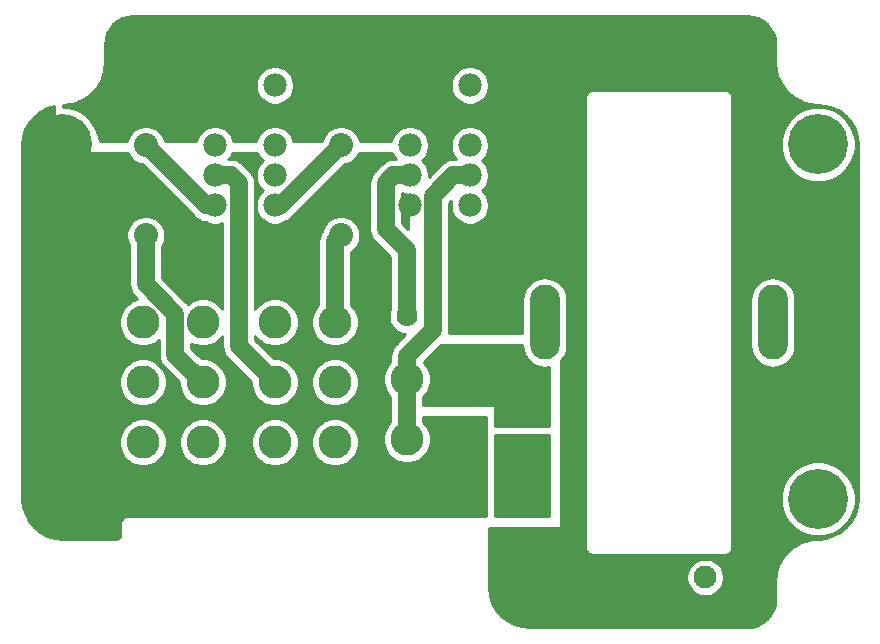
<source format=gtl>
G04 #@! TF.GenerationSoftware,KiCad,Pcbnew,(5.1.4)-1*
G04 #@! TF.CreationDate,2019-11-30T19:48:50-06:00*
G04 #@! TF.ProjectId,rotax 912 soft start,726f7461-7820-4393-9132-20736f667420,rev?*
G04 #@! TF.SameCoordinates,Original*
G04 #@! TF.FileFunction,Copper,L1,Top*
G04 #@! TF.FilePolarity,Positive*
%FSLAX46Y46*%
G04 Gerber Fmt 4.6, Leading zero omitted, Abs format (unit mm)*
G04 Created by KiCad (PCBNEW (5.1.4)-1) date 2019-11-30 19:48:50*
%MOMM*%
%LPD*%
G04 APERTURE LIST*
%ADD10C,2.794000*%
%ADD11O,2.540000X6.350000*%
%ADD12C,1.930400*%
%ADD13C,1.625600*%
%ADD14C,2.032000*%
%ADD15C,1.778000*%
%ADD16C,1.981200*%
%ADD17C,5.080000*%
%ADD18C,1.500000*%
%ADD19C,0.254000*%
G04 APERTURE END LIST*
D10*
X111684000Y-126924000D03*
X116764000Y-126924000D03*
X111684000Y-132004000D03*
X116764000Y-132004000D03*
X111684000Y-137084000D03*
X116764000Y-137084000D03*
X122860000Y-126924000D03*
X127940000Y-126924000D03*
X122860000Y-132004000D03*
X127940000Y-132004000D03*
X122860000Y-137084000D03*
X127940000Y-137084000D03*
D11*
X165024000Y-126924000D03*
X145720000Y-126924000D03*
D12*
X159309000Y-148514000D03*
X151689000Y-148514000D03*
D13*
X144196000Y-137592000D03*
X144196000Y-132512000D03*
D14*
X143688000Y-140894000D03*
X143688000Y-148514000D03*
X111938000Y-119558000D03*
X111938000Y-111938000D03*
X128448000Y-119558000D03*
X128448000Y-111938000D03*
D10*
X134036000Y-131750000D03*
X139116000Y-131750000D03*
X134036000Y-136830000D03*
D15*
X134036000Y-126416000D03*
D10*
X139116000Y-136830000D03*
D16*
X139370000Y-106858000D03*
X139370000Y-111938000D03*
X139370000Y-114478000D03*
X139370000Y-117018000D03*
X134290000Y-117018000D03*
X134290000Y-114478000D03*
X134290000Y-111938000D03*
X134290000Y-106858000D03*
X122860000Y-106858000D03*
X122860000Y-111938000D03*
X122860000Y-114478000D03*
X122860000Y-117018000D03*
X117780000Y-117018000D03*
X117780000Y-114478000D03*
X117780000Y-111938000D03*
X117780000Y-106858000D03*
D17*
X168860000Y-141860000D03*
X168860000Y-111860000D03*
X104860000Y-141860000D03*
X104860000Y-111860000D03*
D18*
X123368000Y-117018000D02*
X122860000Y-117018000D01*
X128448000Y-111938000D02*
X123368000Y-117018000D01*
X127940000Y-120066000D02*
X128448000Y-119558000D01*
X127940000Y-126924000D02*
X127940000Y-120066000D01*
X132889081Y-114478000D02*
X134290000Y-114478000D01*
X132258000Y-115109081D02*
X132889081Y-114478000D01*
X132258000Y-119050000D02*
X132258000Y-115109081D01*
X134036000Y-120828000D02*
X132258000Y-119050000D01*
X134036000Y-126416000D02*
X134036000Y-120828000D01*
X134036000Y-136830000D02*
X134036000Y-131750000D01*
X137969081Y-114478000D02*
X139370000Y-114478000D01*
X136230601Y-116216480D02*
X137969081Y-114478000D01*
X136230601Y-127579743D02*
X136230601Y-116216480D01*
X134036000Y-129774344D02*
X136230601Y-127579743D01*
X134036000Y-131750000D02*
X134036000Y-129774344D01*
X115367001Y-130607001D02*
X116764000Y-132004000D01*
X114416999Y-129656999D02*
X115367001Y-130607001D01*
X114416999Y-126183437D02*
X114416999Y-129656999D01*
X111938000Y-123704438D02*
X114416999Y-126183437D01*
X111938000Y-119558000D02*
X111938000Y-123704438D01*
X117018000Y-117018000D02*
X117780000Y-117018000D01*
X111938000Y-111938000D02*
X117018000Y-117018000D01*
X119812000Y-128956000D02*
X122860000Y-132004000D01*
X119812000Y-115109081D02*
X119812000Y-128956000D01*
X117780000Y-114478000D02*
X119180919Y-114478000D01*
X119180919Y-114478000D02*
X119812000Y-115109081D01*
D19*
G36*
X163318674Y-101043521D02*
G01*
X163759883Y-101176730D01*
X164166808Y-101393096D01*
X164523961Y-101684383D01*
X164817732Y-102039491D01*
X165036936Y-102444900D01*
X165173220Y-102885163D01*
X165224500Y-103373058D01*
X165224501Y-104891211D01*
X165227320Y-104919828D01*
X165227189Y-104938541D01*
X165228054Y-104947372D01*
X165289255Y-105529661D01*
X165300830Y-105586047D01*
X165311630Y-105642663D01*
X165314195Y-105651157D01*
X165487332Y-106210471D01*
X165509651Y-106263566D01*
X165531228Y-106316971D01*
X165535394Y-106324806D01*
X165813870Y-106839837D01*
X165846078Y-106887587D01*
X165877618Y-106935786D01*
X165883226Y-106942662D01*
X166256436Y-107393795D01*
X166297285Y-107434360D01*
X166337605Y-107475533D01*
X166344442Y-107481189D01*
X166798170Y-107851241D01*
X166846135Y-107883109D01*
X166893671Y-107915657D01*
X166901476Y-107919877D01*
X167418441Y-108194752D01*
X167471700Y-108216704D01*
X167524633Y-108239391D01*
X167533110Y-108242015D01*
X168093617Y-108411242D01*
X168150136Y-108422433D01*
X168206458Y-108434404D01*
X168215283Y-108435332D01*
X168797985Y-108492467D01*
X168797986Y-108492467D01*
X169512911Y-108562566D01*
X170140950Y-108752182D01*
X170720201Y-109060175D01*
X171228595Y-109474812D01*
X171646769Y-109980298D01*
X171958801Y-110557388D01*
X172152795Y-111184086D01*
X172224500Y-111866308D01*
X172224501Y-141828909D01*
X172157435Y-142512907D01*
X171967819Y-143140948D01*
X171659826Y-143720198D01*
X171245190Y-144228593D01*
X170739700Y-144646770D01*
X170162613Y-144958800D01*
X169535918Y-145152795D01*
X168853514Y-145224519D01*
X168836841Y-145224577D01*
X168809219Y-145227383D01*
X168781459Y-145227189D01*
X168772628Y-145228054D01*
X168190338Y-145289255D01*
X168133932Y-145300834D01*
X168077338Y-145311630D01*
X168068843Y-145314195D01*
X167509530Y-145487332D01*
X167456447Y-145509646D01*
X167403029Y-145531228D01*
X167395194Y-145535394D01*
X166880162Y-145813870D01*
X166832418Y-145846074D01*
X166784214Y-145877618D01*
X166777338Y-145883226D01*
X166326205Y-146256436D01*
X166285640Y-146297285D01*
X166244467Y-146337605D01*
X166238811Y-146344442D01*
X165868759Y-146798170D01*
X165836901Y-146846120D01*
X165804343Y-146893671D01*
X165800123Y-146901476D01*
X165525249Y-147418440D01*
X165503304Y-147471681D01*
X165480609Y-147524633D01*
X165477985Y-147533110D01*
X165308758Y-148093618D01*
X165297567Y-148150135D01*
X165285596Y-148206458D01*
X165284668Y-148215283D01*
X165227533Y-148797986D01*
X165227533Y-148798004D01*
X165224501Y-148828789D01*
X165224500Y-150328918D01*
X165176479Y-150818674D01*
X165043270Y-151259882D01*
X164826905Y-151666807D01*
X164535617Y-152023961D01*
X164180509Y-152317732D01*
X163775098Y-152536936D01*
X163334839Y-152673220D01*
X162846941Y-152724500D01*
X144459749Y-152724500D01*
X144457340Y-152723988D01*
X144448453Y-152723054D01*
X143733964Y-152652998D01*
X143106773Y-152463637D01*
X142528304Y-152156060D01*
X142020591Y-151741978D01*
X141602979Y-151237172D01*
X141291368Y-150660861D01*
X141097634Y-150035006D01*
X141022591Y-149321026D01*
X141021943Y-149317868D01*
X141021500Y-149313509D01*
X141021500Y-148356394D01*
X157708800Y-148356394D01*
X157708800Y-148671606D01*
X157770294Y-148980761D01*
X157890921Y-149271979D01*
X158066043Y-149534068D01*
X158288932Y-149756957D01*
X158551021Y-149932079D01*
X158842239Y-150052706D01*
X159151394Y-150114200D01*
X159466606Y-150114200D01*
X159775761Y-150052706D01*
X160066979Y-149932079D01*
X160329068Y-149756957D01*
X160551957Y-149534068D01*
X160727079Y-149271979D01*
X160847706Y-148980761D01*
X160909200Y-148671606D01*
X160909200Y-148356394D01*
X160847706Y-148047239D01*
X160727079Y-147756021D01*
X160551957Y-147493932D01*
X160329068Y-147271043D01*
X160066979Y-147095921D01*
X159775761Y-146975294D01*
X159466606Y-146913800D01*
X159151394Y-146913800D01*
X158842239Y-146975294D01*
X158551021Y-147095921D01*
X158288932Y-147271043D01*
X158066043Y-147493932D01*
X157890921Y-147756021D01*
X157770294Y-148047239D01*
X157708800Y-148356394D01*
X141021500Y-148356394D01*
X141021500Y-144323000D01*
X146990000Y-144323000D01*
X147014776Y-144320560D01*
X147038601Y-144313333D01*
X147060557Y-144301597D01*
X147079803Y-144285803D01*
X147095597Y-144266557D01*
X147107333Y-144244601D01*
X147114560Y-144220776D01*
X147117000Y-144196000D01*
X147117000Y-130129619D01*
X147311613Y-129892482D01*
X147488506Y-129561539D01*
X147597436Y-129202445D01*
X147625000Y-128922582D01*
X147625000Y-124925418D01*
X147597436Y-124645555D01*
X147488506Y-124286461D01*
X147311613Y-123955518D01*
X147073556Y-123665444D01*
X146783482Y-123427387D01*
X146452538Y-123250494D01*
X146093444Y-123141564D01*
X145720000Y-123104783D01*
X145346555Y-123141564D01*
X144987461Y-123250494D01*
X144656518Y-123427387D01*
X144366444Y-123665444D01*
X144128387Y-123955518D01*
X143951494Y-124286462D01*
X143842564Y-124645556D01*
X143815000Y-124925419D01*
X143815001Y-127813000D01*
X137599328Y-127813000D01*
X137615601Y-127647780D01*
X137615601Y-127647771D01*
X137622301Y-127579744D01*
X137615601Y-127511717D01*
X137615601Y-116790165D01*
X137793197Y-116612569D01*
X137744400Y-116857892D01*
X137744400Y-117178108D01*
X137806870Y-117492170D01*
X137929412Y-117788011D01*
X138107314Y-118054260D01*
X138333740Y-118280686D01*
X138599989Y-118458588D01*
X138895830Y-118581130D01*
X139209892Y-118643600D01*
X139530108Y-118643600D01*
X139844170Y-118581130D01*
X140140011Y-118458588D01*
X140406260Y-118280686D01*
X140632686Y-118054260D01*
X140810588Y-117788011D01*
X140933130Y-117492170D01*
X140995600Y-117178108D01*
X140995600Y-116857892D01*
X140933130Y-116543830D01*
X140810588Y-116247989D01*
X140632686Y-115981740D01*
X140406260Y-115755314D01*
X140395314Y-115748000D01*
X140406260Y-115740686D01*
X140632686Y-115514260D01*
X140810588Y-115248011D01*
X140933130Y-114952170D01*
X140995600Y-114638108D01*
X140995600Y-114317892D01*
X140933130Y-114003830D01*
X140810588Y-113707989D01*
X140632686Y-113441740D01*
X140406260Y-113215314D01*
X140395314Y-113208000D01*
X140406260Y-113200686D01*
X140632686Y-112974260D01*
X140810588Y-112708011D01*
X140933130Y-112412170D01*
X140995600Y-112098108D01*
X140995600Y-111777892D01*
X140933130Y-111463830D01*
X140810588Y-111167989D01*
X140632686Y-110901740D01*
X140406260Y-110675314D01*
X140140011Y-110497412D01*
X139844170Y-110374870D01*
X139530108Y-110312400D01*
X139209892Y-110312400D01*
X138895830Y-110374870D01*
X138599989Y-110497412D01*
X138333740Y-110675314D01*
X138107314Y-110901740D01*
X137929412Y-111167989D01*
X137806870Y-111463830D01*
X137744400Y-111777892D01*
X137744400Y-112098108D01*
X137806870Y-112412170D01*
X137929412Y-112708011D01*
X138107314Y-112974260D01*
X138226054Y-113093000D01*
X138037110Y-113093000D01*
X137969081Y-113086300D01*
X137901052Y-113093000D01*
X137901044Y-113093000D01*
X137720973Y-113110735D01*
X137697573Y-113113040D01*
X137436500Y-113192236D01*
X137195893Y-113320843D01*
X137195891Y-113320844D01*
X137195892Y-113320844D01*
X137037847Y-113450548D01*
X137037845Y-113450550D01*
X136985000Y-113493919D01*
X136941631Y-113546764D01*
X135915600Y-114572796D01*
X135915600Y-114317892D01*
X135853130Y-114003830D01*
X135730588Y-113707989D01*
X135552686Y-113441740D01*
X135326260Y-113215314D01*
X135315314Y-113208000D01*
X135326260Y-113200686D01*
X135552686Y-112974260D01*
X135730588Y-112708011D01*
X135853130Y-112412170D01*
X135915600Y-112098108D01*
X135915600Y-111777892D01*
X135853130Y-111463830D01*
X135730588Y-111167989D01*
X135552686Y-110901740D01*
X135326260Y-110675314D01*
X135060011Y-110497412D01*
X134764170Y-110374870D01*
X134450108Y-110312400D01*
X134129892Y-110312400D01*
X133815830Y-110374870D01*
X133519989Y-110497412D01*
X133253740Y-110675314D01*
X133027314Y-110901740D01*
X132849412Y-111167989D01*
X132726870Y-111463830D01*
X132708338Y-111557000D01*
X130055559Y-111557000D01*
X130035553Y-111456421D01*
X129911097Y-111155958D01*
X129730415Y-110885549D01*
X129500451Y-110655585D01*
X129230042Y-110474903D01*
X128929579Y-110350447D01*
X128610609Y-110287000D01*
X128285391Y-110287000D01*
X127966421Y-110350447D01*
X127665958Y-110474903D01*
X127395549Y-110655585D01*
X127165585Y-110885549D01*
X126984903Y-111155958D01*
X126860447Y-111456421D01*
X126840441Y-111557000D01*
X124441662Y-111557000D01*
X124423130Y-111463830D01*
X124300588Y-111167989D01*
X124122686Y-110901740D01*
X123896260Y-110675314D01*
X123630011Y-110497412D01*
X123334170Y-110374870D01*
X123020108Y-110312400D01*
X122699892Y-110312400D01*
X122385830Y-110374870D01*
X122089989Y-110497412D01*
X121823740Y-110675314D01*
X121597314Y-110901740D01*
X121419412Y-111167989D01*
X121296870Y-111463830D01*
X121278338Y-111557000D01*
X119361662Y-111557000D01*
X119343130Y-111463830D01*
X119220588Y-111167989D01*
X119042686Y-110901740D01*
X118816260Y-110675314D01*
X118550011Y-110497412D01*
X118254170Y-110374870D01*
X117940108Y-110312400D01*
X117619892Y-110312400D01*
X117305830Y-110374870D01*
X117009989Y-110497412D01*
X116743740Y-110675314D01*
X116517314Y-110901740D01*
X116339412Y-111167989D01*
X116216870Y-111463830D01*
X116198338Y-111557000D01*
X113545559Y-111557000D01*
X113525553Y-111456421D01*
X113401097Y-111155958D01*
X113220415Y-110885549D01*
X112990451Y-110655585D01*
X112720042Y-110474903D01*
X112419579Y-110350447D01*
X112100609Y-110287000D01*
X111775391Y-110287000D01*
X111456421Y-110350447D01*
X111155958Y-110474903D01*
X110885549Y-110655585D01*
X110655585Y-110885549D01*
X110474903Y-111155958D01*
X110350447Y-111456421D01*
X110330441Y-111557000D01*
X108035000Y-111557000D01*
X108035000Y-111547290D01*
X107912986Y-110933887D01*
X107673648Y-110356074D01*
X107326183Y-109836056D01*
X106883944Y-109393817D01*
X106363926Y-109046352D01*
X105786113Y-108807014D01*
X105172710Y-108685000D01*
X104953000Y-108685000D01*
X104953000Y-108491354D01*
X105529661Y-108430745D01*
X105586047Y-108419170D01*
X105642663Y-108408370D01*
X105651157Y-108405805D01*
X106210471Y-108232668D01*
X106263566Y-108210349D01*
X106316971Y-108188772D01*
X106324806Y-108184606D01*
X106839837Y-107906130D01*
X106887587Y-107873922D01*
X106935786Y-107842382D01*
X106942662Y-107836774D01*
X107393795Y-107463564D01*
X107434360Y-107422715D01*
X107475533Y-107382395D01*
X107481189Y-107375558D01*
X107851241Y-106921830D01*
X107883109Y-106873865D01*
X107915657Y-106826329D01*
X107919877Y-106818524D01*
X107984018Y-106697892D01*
X121234400Y-106697892D01*
X121234400Y-107018108D01*
X121296870Y-107332170D01*
X121419412Y-107628011D01*
X121597314Y-107894260D01*
X121823740Y-108120686D01*
X122089989Y-108298588D01*
X122385830Y-108421130D01*
X122699892Y-108483600D01*
X123020108Y-108483600D01*
X123334170Y-108421130D01*
X123630011Y-108298588D01*
X123896260Y-108120686D01*
X124122686Y-107894260D01*
X124300588Y-107628011D01*
X124423130Y-107332170D01*
X124485600Y-107018108D01*
X124485600Y-106697892D01*
X137744400Y-106697892D01*
X137744400Y-107018108D01*
X137806870Y-107332170D01*
X137929412Y-107628011D01*
X138107314Y-107894260D01*
X138333740Y-108120686D01*
X138599989Y-108298588D01*
X138895830Y-108421130D01*
X139209892Y-108483600D01*
X139530108Y-108483600D01*
X139844170Y-108421130D01*
X140140011Y-108298588D01*
X140406260Y-108120686D01*
X140632686Y-107894260D01*
X140646223Y-107874000D01*
X149145426Y-107874000D01*
X149148500Y-107905211D01*
X149148501Y-145942779D01*
X149145426Y-145974000D01*
X149157696Y-146098580D01*
X149194035Y-146218372D01*
X149253045Y-146328773D01*
X149332460Y-146425540D01*
X149429227Y-146504955D01*
X149539628Y-146563965D01*
X149659420Y-146600304D01*
X149752789Y-146609500D01*
X149784000Y-146612574D01*
X149815211Y-146609500D01*
X160928789Y-146609500D01*
X160960000Y-146612574D01*
X160991211Y-146609500D01*
X161084580Y-146600304D01*
X161204372Y-146563965D01*
X161314773Y-146504955D01*
X161411540Y-146425540D01*
X161490955Y-146328773D01*
X161549965Y-146218372D01*
X161586304Y-146098580D01*
X161598574Y-145974000D01*
X161595500Y-145942789D01*
X161595500Y-141547290D01*
X165685000Y-141547290D01*
X165685000Y-142172710D01*
X165807014Y-142786113D01*
X166046352Y-143363926D01*
X166393817Y-143883944D01*
X166836056Y-144326183D01*
X167356074Y-144673648D01*
X167933887Y-144912986D01*
X168547290Y-145035000D01*
X169172710Y-145035000D01*
X169786113Y-144912986D01*
X170363926Y-144673648D01*
X170883944Y-144326183D01*
X171326183Y-143883944D01*
X171673648Y-143363926D01*
X171912986Y-142786113D01*
X172035000Y-142172710D01*
X172035000Y-141547290D01*
X171912986Y-140933887D01*
X171673648Y-140356074D01*
X171326183Y-139836056D01*
X170883944Y-139393817D01*
X170363926Y-139046352D01*
X169786113Y-138807014D01*
X169172710Y-138685000D01*
X168547290Y-138685000D01*
X167933887Y-138807014D01*
X167356074Y-139046352D01*
X166836056Y-139393817D01*
X166393817Y-139836056D01*
X166046352Y-140356074D01*
X165807014Y-140933887D01*
X165685000Y-141547290D01*
X161595500Y-141547290D01*
X161595500Y-124925419D01*
X163119000Y-124925419D01*
X163119001Y-128922582D01*
X163146565Y-129202445D01*
X163255495Y-129561539D01*
X163432388Y-129892482D01*
X163670445Y-130182556D01*
X163960519Y-130420613D01*
X164291462Y-130597506D01*
X164650556Y-130706436D01*
X165024000Y-130743217D01*
X165397445Y-130706436D01*
X165756539Y-130597506D01*
X166087482Y-130420613D01*
X166377556Y-130182556D01*
X166615613Y-129892482D01*
X166792506Y-129561539D01*
X166901436Y-129202445D01*
X166929000Y-128922582D01*
X166929000Y-124925418D01*
X166901436Y-124645555D01*
X166792506Y-124286461D01*
X166615613Y-123955518D01*
X166377556Y-123665444D01*
X166087482Y-123427387D01*
X165756538Y-123250494D01*
X165397444Y-123141564D01*
X165024000Y-123104783D01*
X164650555Y-123141564D01*
X164291461Y-123250494D01*
X163960518Y-123427387D01*
X163670444Y-123665444D01*
X163432387Y-123955518D01*
X163255494Y-124286462D01*
X163146564Y-124645556D01*
X163119000Y-124925419D01*
X161595500Y-124925419D01*
X161595500Y-111547290D01*
X165685000Y-111547290D01*
X165685000Y-112172710D01*
X165807014Y-112786113D01*
X166046352Y-113363926D01*
X166393817Y-113883944D01*
X166836056Y-114326183D01*
X167356074Y-114673648D01*
X167933887Y-114912986D01*
X168547290Y-115035000D01*
X169172710Y-115035000D01*
X169786113Y-114912986D01*
X170363926Y-114673648D01*
X170883944Y-114326183D01*
X171326183Y-113883944D01*
X171673648Y-113363926D01*
X171912986Y-112786113D01*
X172035000Y-112172710D01*
X172035000Y-111547290D01*
X171912986Y-110933887D01*
X171673648Y-110356074D01*
X171326183Y-109836056D01*
X170883944Y-109393817D01*
X170363926Y-109046352D01*
X169786113Y-108807014D01*
X169172710Y-108685000D01*
X168547290Y-108685000D01*
X167933887Y-108807014D01*
X167356074Y-109046352D01*
X166836056Y-109393817D01*
X166393817Y-109836056D01*
X166046352Y-110356074D01*
X165807014Y-110933887D01*
X165685000Y-111547290D01*
X161595500Y-111547290D01*
X161595500Y-107905211D01*
X161598574Y-107874000D01*
X161586304Y-107749420D01*
X161549965Y-107629628D01*
X161490955Y-107519227D01*
X161411540Y-107422460D01*
X161314773Y-107343045D01*
X161204372Y-107284035D01*
X161084580Y-107247696D01*
X160991211Y-107238500D01*
X160960000Y-107235426D01*
X160928789Y-107238500D01*
X149815211Y-107238500D01*
X149784000Y-107235426D01*
X149752789Y-107238500D01*
X149659420Y-107247696D01*
X149539628Y-107284035D01*
X149429227Y-107343045D01*
X149332460Y-107422460D01*
X149253045Y-107519227D01*
X149194035Y-107629628D01*
X149157696Y-107749420D01*
X149145426Y-107874000D01*
X140646223Y-107874000D01*
X140810588Y-107628011D01*
X140933130Y-107332170D01*
X140995600Y-107018108D01*
X140995600Y-106697892D01*
X140933130Y-106383830D01*
X140810588Y-106087989D01*
X140632686Y-105821740D01*
X140406260Y-105595314D01*
X140140011Y-105417412D01*
X139844170Y-105294870D01*
X139530108Y-105232400D01*
X139209892Y-105232400D01*
X138895830Y-105294870D01*
X138599989Y-105417412D01*
X138333740Y-105595314D01*
X138107314Y-105821740D01*
X137929412Y-106087989D01*
X137806870Y-106383830D01*
X137744400Y-106697892D01*
X124485600Y-106697892D01*
X124423130Y-106383830D01*
X124300588Y-106087989D01*
X124122686Y-105821740D01*
X123896260Y-105595314D01*
X123630011Y-105417412D01*
X123334170Y-105294870D01*
X123020108Y-105232400D01*
X122699892Y-105232400D01*
X122385830Y-105294870D01*
X122089989Y-105417412D01*
X121823740Y-105595314D01*
X121597314Y-105821740D01*
X121419412Y-106087989D01*
X121296870Y-106383830D01*
X121234400Y-106697892D01*
X107984018Y-106697892D01*
X108194752Y-106301559D01*
X108216704Y-106248300D01*
X108239391Y-106195367D01*
X108242015Y-106186890D01*
X108411242Y-105626383D01*
X108422433Y-105569864D01*
X108434404Y-105513542D01*
X108435332Y-105504717D01*
X108492467Y-104922015D01*
X108492467Y-104922006D01*
X108495500Y-104891211D01*
X108495500Y-103391081D01*
X108543521Y-102901326D01*
X108676730Y-102460117D01*
X108893096Y-102053192D01*
X109184383Y-101696039D01*
X109539491Y-101402268D01*
X109944900Y-101183064D01*
X110385163Y-101046780D01*
X110873058Y-100995500D01*
X162828919Y-100995500D01*
X163318674Y-101043521D01*
X163318674Y-101043521D01*
G37*
X163318674Y-101043521D02*
X163759883Y-101176730D01*
X164166808Y-101393096D01*
X164523961Y-101684383D01*
X164817732Y-102039491D01*
X165036936Y-102444900D01*
X165173220Y-102885163D01*
X165224500Y-103373058D01*
X165224501Y-104891211D01*
X165227320Y-104919828D01*
X165227189Y-104938541D01*
X165228054Y-104947372D01*
X165289255Y-105529661D01*
X165300830Y-105586047D01*
X165311630Y-105642663D01*
X165314195Y-105651157D01*
X165487332Y-106210471D01*
X165509651Y-106263566D01*
X165531228Y-106316971D01*
X165535394Y-106324806D01*
X165813870Y-106839837D01*
X165846078Y-106887587D01*
X165877618Y-106935786D01*
X165883226Y-106942662D01*
X166256436Y-107393795D01*
X166297285Y-107434360D01*
X166337605Y-107475533D01*
X166344442Y-107481189D01*
X166798170Y-107851241D01*
X166846135Y-107883109D01*
X166893671Y-107915657D01*
X166901476Y-107919877D01*
X167418441Y-108194752D01*
X167471700Y-108216704D01*
X167524633Y-108239391D01*
X167533110Y-108242015D01*
X168093617Y-108411242D01*
X168150136Y-108422433D01*
X168206458Y-108434404D01*
X168215283Y-108435332D01*
X168797985Y-108492467D01*
X168797986Y-108492467D01*
X169512911Y-108562566D01*
X170140950Y-108752182D01*
X170720201Y-109060175D01*
X171228595Y-109474812D01*
X171646769Y-109980298D01*
X171958801Y-110557388D01*
X172152795Y-111184086D01*
X172224500Y-111866308D01*
X172224501Y-141828909D01*
X172157435Y-142512907D01*
X171967819Y-143140948D01*
X171659826Y-143720198D01*
X171245190Y-144228593D01*
X170739700Y-144646770D01*
X170162613Y-144958800D01*
X169535918Y-145152795D01*
X168853514Y-145224519D01*
X168836841Y-145224577D01*
X168809219Y-145227383D01*
X168781459Y-145227189D01*
X168772628Y-145228054D01*
X168190338Y-145289255D01*
X168133932Y-145300834D01*
X168077338Y-145311630D01*
X168068843Y-145314195D01*
X167509530Y-145487332D01*
X167456447Y-145509646D01*
X167403029Y-145531228D01*
X167395194Y-145535394D01*
X166880162Y-145813870D01*
X166832418Y-145846074D01*
X166784214Y-145877618D01*
X166777338Y-145883226D01*
X166326205Y-146256436D01*
X166285640Y-146297285D01*
X166244467Y-146337605D01*
X166238811Y-146344442D01*
X165868759Y-146798170D01*
X165836901Y-146846120D01*
X165804343Y-146893671D01*
X165800123Y-146901476D01*
X165525249Y-147418440D01*
X165503304Y-147471681D01*
X165480609Y-147524633D01*
X165477985Y-147533110D01*
X165308758Y-148093618D01*
X165297567Y-148150135D01*
X165285596Y-148206458D01*
X165284668Y-148215283D01*
X165227533Y-148797986D01*
X165227533Y-148798004D01*
X165224501Y-148828789D01*
X165224500Y-150328918D01*
X165176479Y-150818674D01*
X165043270Y-151259882D01*
X164826905Y-151666807D01*
X164535617Y-152023961D01*
X164180509Y-152317732D01*
X163775098Y-152536936D01*
X163334839Y-152673220D01*
X162846941Y-152724500D01*
X144459749Y-152724500D01*
X144457340Y-152723988D01*
X144448453Y-152723054D01*
X143733964Y-152652998D01*
X143106773Y-152463637D01*
X142528304Y-152156060D01*
X142020591Y-151741978D01*
X141602979Y-151237172D01*
X141291368Y-150660861D01*
X141097634Y-150035006D01*
X141022591Y-149321026D01*
X141021943Y-149317868D01*
X141021500Y-149313509D01*
X141021500Y-148356394D01*
X157708800Y-148356394D01*
X157708800Y-148671606D01*
X157770294Y-148980761D01*
X157890921Y-149271979D01*
X158066043Y-149534068D01*
X158288932Y-149756957D01*
X158551021Y-149932079D01*
X158842239Y-150052706D01*
X159151394Y-150114200D01*
X159466606Y-150114200D01*
X159775761Y-150052706D01*
X160066979Y-149932079D01*
X160329068Y-149756957D01*
X160551957Y-149534068D01*
X160727079Y-149271979D01*
X160847706Y-148980761D01*
X160909200Y-148671606D01*
X160909200Y-148356394D01*
X160847706Y-148047239D01*
X160727079Y-147756021D01*
X160551957Y-147493932D01*
X160329068Y-147271043D01*
X160066979Y-147095921D01*
X159775761Y-146975294D01*
X159466606Y-146913800D01*
X159151394Y-146913800D01*
X158842239Y-146975294D01*
X158551021Y-147095921D01*
X158288932Y-147271043D01*
X158066043Y-147493932D01*
X157890921Y-147756021D01*
X157770294Y-148047239D01*
X157708800Y-148356394D01*
X141021500Y-148356394D01*
X141021500Y-144323000D01*
X146990000Y-144323000D01*
X147014776Y-144320560D01*
X147038601Y-144313333D01*
X147060557Y-144301597D01*
X147079803Y-144285803D01*
X147095597Y-144266557D01*
X147107333Y-144244601D01*
X147114560Y-144220776D01*
X147117000Y-144196000D01*
X147117000Y-130129619D01*
X147311613Y-129892482D01*
X147488506Y-129561539D01*
X147597436Y-129202445D01*
X147625000Y-128922582D01*
X147625000Y-124925418D01*
X147597436Y-124645555D01*
X147488506Y-124286461D01*
X147311613Y-123955518D01*
X147073556Y-123665444D01*
X146783482Y-123427387D01*
X146452538Y-123250494D01*
X146093444Y-123141564D01*
X145720000Y-123104783D01*
X145346555Y-123141564D01*
X144987461Y-123250494D01*
X144656518Y-123427387D01*
X144366444Y-123665444D01*
X144128387Y-123955518D01*
X143951494Y-124286462D01*
X143842564Y-124645556D01*
X143815000Y-124925419D01*
X143815001Y-127813000D01*
X137599328Y-127813000D01*
X137615601Y-127647780D01*
X137615601Y-127647771D01*
X137622301Y-127579744D01*
X137615601Y-127511717D01*
X137615601Y-116790165D01*
X137793197Y-116612569D01*
X137744400Y-116857892D01*
X137744400Y-117178108D01*
X137806870Y-117492170D01*
X137929412Y-117788011D01*
X138107314Y-118054260D01*
X138333740Y-118280686D01*
X138599989Y-118458588D01*
X138895830Y-118581130D01*
X139209892Y-118643600D01*
X139530108Y-118643600D01*
X139844170Y-118581130D01*
X140140011Y-118458588D01*
X140406260Y-118280686D01*
X140632686Y-118054260D01*
X140810588Y-117788011D01*
X140933130Y-117492170D01*
X140995600Y-117178108D01*
X140995600Y-116857892D01*
X140933130Y-116543830D01*
X140810588Y-116247989D01*
X140632686Y-115981740D01*
X140406260Y-115755314D01*
X140395314Y-115748000D01*
X140406260Y-115740686D01*
X140632686Y-115514260D01*
X140810588Y-115248011D01*
X140933130Y-114952170D01*
X140995600Y-114638108D01*
X140995600Y-114317892D01*
X140933130Y-114003830D01*
X140810588Y-113707989D01*
X140632686Y-113441740D01*
X140406260Y-113215314D01*
X140395314Y-113208000D01*
X140406260Y-113200686D01*
X140632686Y-112974260D01*
X140810588Y-112708011D01*
X140933130Y-112412170D01*
X140995600Y-112098108D01*
X140995600Y-111777892D01*
X140933130Y-111463830D01*
X140810588Y-111167989D01*
X140632686Y-110901740D01*
X140406260Y-110675314D01*
X140140011Y-110497412D01*
X139844170Y-110374870D01*
X139530108Y-110312400D01*
X139209892Y-110312400D01*
X138895830Y-110374870D01*
X138599989Y-110497412D01*
X138333740Y-110675314D01*
X138107314Y-110901740D01*
X137929412Y-111167989D01*
X137806870Y-111463830D01*
X137744400Y-111777892D01*
X137744400Y-112098108D01*
X137806870Y-112412170D01*
X137929412Y-112708011D01*
X138107314Y-112974260D01*
X138226054Y-113093000D01*
X138037110Y-113093000D01*
X137969081Y-113086300D01*
X137901052Y-113093000D01*
X137901044Y-113093000D01*
X137720973Y-113110735D01*
X137697573Y-113113040D01*
X137436500Y-113192236D01*
X137195893Y-113320843D01*
X137195891Y-113320844D01*
X137195892Y-113320844D01*
X137037847Y-113450548D01*
X137037845Y-113450550D01*
X136985000Y-113493919D01*
X136941631Y-113546764D01*
X135915600Y-114572796D01*
X135915600Y-114317892D01*
X135853130Y-114003830D01*
X135730588Y-113707989D01*
X135552686Y-113441740D01*
X135326260Y-113215314D01*
X135315314Y-113208000D01*
X135326260Y-113200686D01*
X135552686Y-112974260D01*
X135730588Y-112708011D01*
X135853130Y-112412170D01*
X135915600Y-112098108D01*
X135915600Y-111777892D01*
X135853130Y-111463830D01*
X135730588Y-111167989D01*
X135552686Y-110901740D01*
X135326260Y-110675314D01*
X135060011Y-110497412D01*
X134764170Y-110374870D01*
X134450108Y-110312400D01*
X134129892Y-110312400D01*
X133815830Y-110374870D01*
X133519989Y-110497412D01*
X133253740Y-110675314D01*
X133027314Y-110901740D01*
X132849412Y-111167989D01*
X132726870Y-111463830D01*
X132708338Y-111557000D01*
X130055559Y-111557000D01*
X130035553Y-111456421D01*
X129911097Y-111155958D01*
X129730415Y-110885549D01*
X129500451Y-110655585D01*
X129230042Y-110474903D01*
X128929579Y-110350447D01*
X128610609Y-110287000D01*
X128285391Y-110287000D01*
X127966421Y-110350447D01*
X127665958Y-110474903D01*
X127395549Y-110655585D01*
X127165585Y-110885549D01*
X126984903Y-111155958D01*
X126860447Y-111456421D01*
X126840441Y-111557000D01*
X124441662Y-111557000D01*
X124423130Y-111463830D01*
X124300588Y-111167989D01*
X124122686Y-110901740D01*
X123896260Y-110675314D01*
X123630011Y-110497412D01*
X123334170Y-110374870D01*
X123020108Y-110312400D01*
X122699892Y-110312400D01*
X122385830Y-110374870D01*
X122089989Y-110497412D01*
X121823740Y-110675314D01*
X121597314Y-110901740D01*
X121419412Y-111167989D01*
X121296870Y-111463830D01*
X121278338Y-111557000D01*
X119361662Y-111557000D01*
X119343130Y-111463830D01*
X119220588Y-111167989D01*
X119042686Y-110901740D01*
X118816260Y-110675314D01*
X118550011Y-110497412D01*
X118254170Y-110374870D01*
X117940108Y-110312400D01*
X117619892Y-110312400D01*
X117305830Y-110374870D01*
X117009989Y-110497412D01*
X116743740Y-110675314D01*
X116517314Y-110901740D01*
X116339412Y-111167989D01*
X116216870Y-111463830D01*
X116198338Y-111557000D01*
X113545559Y-111557000D01*
X113525553Y-111456421D01*
X113401097Y-111155958D01*
X113220415Y-110885549D01*
X112990451Y-110655585D01*
X112720042Y-110474903D01*
X112419579Y-110350447D01*
X112100609Y-110287000D01*
X111775391Y-110287000D01*
X111456421Y-110350447D01*
X111155958Y-110474903D01*
X110885549Y-110655585D01*
X110655585Y-110885549D01*
X110474903Y-111155958D01*
X110350447Y-111456421D01*
X110330441Y-111557000D01*
X108035000Y-111557000D01*
X108035000Y-111547290D01*
X107912986Y-110933887D01*
X107673648Y-110356074D01*
X107326183Y-109836056D01*
X106883944Y-109393817D01*
X106363926Y-109046352D01*
X105786113Y-108807014D01*
X105172710Y-108685000D01*
X104953000Y-108685000D01*
X104953000Y-108491354D01*
X105529661Y-108430745D01*
X105586047Y-108419170D01*
X105642663Y-108408370D01*
X105651157Y-108405805D01*
X106210471Y-108232668D01*
X106263566Y-108210349D01*
X106316971Y-108188772D01*
X106324806Y-108184606D01*
X106839837Y-107906130D01*
X106887587Y-107873922D01*
X106935786Y-107842382D01*
X106942662Y-107836774D01*
X107393795Y-107463564D01*
X107434360Y-107422715D01*
X107475533Y-107382395D01*
X107481189Y-107375558D01*
X107851241Y-106921830D01*
X107883109Y-106873865D01*
X107915657Y-106826329D01*
X107919877Y-106818524D01*
X107984018Y-106697892D01*
X121234400Y-106697892D01*
X121234400Y-107018108D01*
X121296870Y-107332170D01*
X121419412Y-107628011D01*
X121597314Y-107894260D01*
X121823740Y-108120686D01*
X122089989Y-108298588D01*
X122385830Y-108421130D01*
X122699892Y-108483600D01*
X123020108Y-108483600D01*
X123334170Y-108421130D01*
X123630011Y-108298588D01*
X123896260Y-108120686D01*
X124122686Y-107894260D01*
X124300588Y-107628011D01*
X124423130Y-107332170D01*
X124485600Y-107018108D01*
X124485600Y-106697892D01*
X137744400Y-106697892D01*
X137744400Y-107018108D01*
X137806870Y-107332170D01*
X137929412Y-107628011D01*
X138107314Y-107894260D01*
X138333740Y-108120686D01*
X138599989Y-108298588D01*
X138895830Y-108421130D01*
X139209892Y-108483600D01*
X139530108Y-108483600D01*
X139844170Y-108421130D01*
X140140011Y-108298588D01*
X140406260Y-108120686D01*
X140632686Y-107894260D01*
X140646223Y-107874000D01*
X149145426Y-107874000D01*
X149148500Y-107905211D01*
X149148501Y-145942779D01*
X149145426Y-145974000D01*
X149157696Y-146098580D01*
X149194035Y-146218372D01*
X149253045Y-146328773D01*
X149332460Y-146425540D01*
X149429227Y-146504955D01*
X149539628Y-146563965D01*
X149659420Y-146600304D01*
X149752789Y-146609500D01*
X149784000Y-146612574D01*
X149815211Y-146609500D01*
X160928789Y-146609500D01*
X160960000Y-146612574D01*
X160991211Y-146609500D01*
X161084580Y-146600304D01*
X161204372Y-146563965D01*
X161314773Y-146504955D01*
X161411540Y-146425540D01*
X161490955Y-146328773D01*
X161549965Y-146218372D01*
X161586304Y-146098580D01*
X161598574Y-145974000D01*
X161595500Y-145942789D01*
X161595500Y-141547290D01*
X165685000Y-141547290D01*
X165685000Y-142172710D01*
X165807014Y-142786113D01*
X166046352Y-143363926D01*
X166393817Y-143883944D01*
X166836056Y-144326183D01*
X167356074Y-144673648D01*
X167933887Y-144912986D01*
X168547290Y-145035000D01*
X169172710Y-145035000D01*
X169786113Y-144912986D01*
X170363926Y-144673648D01*
X170883944Y-144326183D01*
X171326183Y-143883944D01*
X171673648Y-143363926D01*
X171912986Y-142786113D01*
X172035000Y-142172710D01*
X172035000Y-141547290D01*
X171912986Y-140933887D01*
X171673648Y-140356074D01*
X171326183Y-139836056D01*
X170883944Y-139393817D01*
X170363926Y-139046352D01*
X169786113Y-138807014D01*
X169172710Y-138685000D01*
X168547290Y-138685000D01*
X167933887Y-138807014D01*
X167356074Y-139046352D01*
X166836056Y-139393817D01*
X166393817Y-139836056D01*
X166046352Y-140356074D01*
X165807014Y-140933887D01*
X165685000Y-141547290D01*
X161595500Y-141547290D01*
X161595500Y-124925419D01*
X163119000Y-124925419D01*
X163119001Y-128922582D01*
X163146565Y-129202445D01*
X163255495Y-129561539D01*
X163432388Y-129892482D01*
X163670445Y-130182556D01*
X163960519Y-130420613D01*
X164291462Y-130597506D01*
X164650556Y-130706436D01*
X165024000Y-130743217D01*
X165397445Y-130706436D01*
X165756539Y-130597506D01*
X166087482Y-130420613D01*
X166377556Y-130182556D01*
X166615613Y-129892482D01*
X166792506Y-129561539D01*
X166901436Y-129202445D01*
X166929000Y-128922582D01*
X166929000Y-124925418D01*
X166901436Y-124645555D01*
X166792506Y-124286461D01*
X166615613Y-123955518D01*
X166377556Y-123665444D01*
X166087482Y-123427387D01*
X165756538Y-123250494D01*
X165397444Y-123141564D01*
X165024000Y-123104783D01*
X164650555Y-123141564D01*
X164291461Y-123250494D01*
X163960518Y-123427387D01*
X163670444Y-123665444D01*
X163432387Y-123955518D01*
X163255494Y-124286462D01*
X163146564Y-124645556D01*
X163119000Y-124925419D01*
X161595500Y-124925419D01*
X161595500Y-111547290D01*
X165685000Y-111547290D01*
X165685000Y-112172710D01*
X165807014Y-112786113D01*
X166046352Y-113363926D01*
X166393817Y-113883944D01*
X166836056Y-114326183D01*
X167356074Y-114673648D01*
X167933887Y-114912986D01*
X168547290Y-115035000D01*
X169172710Y-115035000D01*
X169786113Y-114912986D01*
X170363926Y-114673648D01*
X170883944Y-114326183D01*
X171326183Y-113883944D01*
X171673648Y-113363926D01*
X171912986Y-112786113D01*
X172035000Y-112172710D01*
X172035000Y-111547290D01*
X171912986Y-110933887D01*
X171673648Y-110356074D01*
X171326183Y-109836056D01*
X170883944Y-109393817D01*
X170363926Y-109046352D01*
X169786113Y-108807014D01*
X169172710Y-108685000D01*
X168547290Y-108685000D01*
X167933887Y-108807014D01*
X167356074Y-109046352D01*
X166836056Y-109393817D01*
X166393817Y-109836056D01*
X166046352Y-110356074D01*
X165807014Y-110933887D01*
X165685000Y-111547290D01*
X161595500Y-111547290D01*
X161595500Y-107905211D01*
X161598574Y-107874000D01*
X161586304Y-107749420D01*
X161549965Y-107629628D01*
X161490955Y-107519227D01*
X161411540Y-107422460D01*
X161314773Y-107343045D01*
X161204372Y-107284035D01*
X161084580Y-107247696D01*
X160991211Y-107238500D01*
X160960000Y-107235426D01*
X160928789Y-107238500D01*
X149815211Y-107238500D01*
X149784000Y-107235426D01*
X149752789Y-107238500D01*
X149659420Y-107247696D01*
X149539628Y-107284035D01*
X149429227Y-107343045D01*
X149332460Y-107422460D01*
X149253045Y-107519227D01*
X149194035Y-107629628D01*
X149157696Y-107749420D01*
X149145426Y-107874000D01*
X140646223Y-107874000D01*
X140810588Y-107628011D01*
X140933130Y-107332170D01*
X140995600Y-107018108D01*
X140995600Y-106697892D01*
X140933130Y-106383830D01*
X140810588Y-106087989D01*
X140632686Y-105821740D01*
X140406260Y-105595314D01*
X140140011Y-105417412D01*
X139844170Y-105294870D01*
X139530108Y-105232400D01*
X139209892Y-105232400D01*
X138895830Y-105294870D01*
X138599989Y-105417412D01*
X138333740Y-105595314D01*
X138107314Y-105821740D01*
X137929412Y-106087989D01*
X137806870Y-106383830D01*
X137744400Y-106697892D01*
X124485600Y-106697892D01*
X124423130Y-106383830D01*
X124300588Y-106087989D01*
X124122686Y-105821740D01*
X123896260Y-105595314D01*
X123630011Y-105417412D01*
X123334170Y-105294870D01*
X123020108Y-105232400D01*
X122699892Y-105232400D01*
X122385830Y-105294870D01*
X122089989Y-105417412D01*
X121823740Y-105595314D01*
X121597314Y-105821740D01*
X121419412Y-106087989D01*
X121296870Y-106383830D01*
X121234400Y-106697892D01*
X107984018Y-106697892D01*
X108194752Y-106301559D01*
X108216704Y-106248300D01*
X108239391Y-106195367D01*
X108242015Y-106186890D01*
X108411242Y-105626383D01*
X108422433Y-105569864D01*
X108434404Y-105513542D01*
X108435332Y-105504717D01*
X108492467Y-104922015D01*
X108492467Y-104922006D01*
X108495500Y-104891211D01*
X108495500Y-103391081D01*
X108543521Y-102901326D01*
X108676730Y-102460117D01*
X108893096Y-102053192D01*
X109184383Y-101696039D01*
X109539491Y-101402268D01*
X109944900Y-101183064D01*
X110385163Y-101046780D01*
X110873058Y-100995500D01*
X162828919Y-100995500D01*
X163318674Y-101043521D01*
G36*
X104191000Y-112446000D02*
G01*
X104193440Y-112470776D01*
X104200667Y-112494601D01*
X104212403Y-112516557D01*
X104228197Y-112535803D01*
X104247443Y-112551597D01*
X104269399Y-112563333D01*
X104293224Y-112570560D01*
X104318000Y-112573000D01*
X110413996Y-112573000D01*
X110474903Y-112720042D01*
X110655585Y-112990451D01*
X110885549Y-113220415D01*
X111155958Y-113401097D01*
X111456421Y-113525553D01*
X111594292Y-113552977D01*
X115990550Y-117949236D01*
X116033919Y-118002081D01*
X116086764Y-118045450D01*
X116086766Y-118045452D01*
X116135108Y-118085125D01*
X116244812Y-118175157D01*
X116442243Y-118280686D01*
X116485419Y-118303764D01*
X116746492Y-118382960D01*
X116769892Y-118385265D01*
X116922790Y-118400324D01*
X117009989Y-118458588D01*
X117305830Y-118581130D01*
X117619892Y-118643600D01*
X117940108Y-118643600D01*
X118254170Y-118581130D01*
X118427000Y-118509541D01*
X118427001Y-125755353D01*
X118342357Y-125628675D01*
X118059325Y-125345643D01*
X117726513Y-125123265D01*
X117356713Y-124970089D01*
X116964135Y-124892000D01*
X116563865Y-124892000D01*
X116171287Y-124970089D01*
X115801487Y-125123265D01*
X115502556Y-125323004D01*
X115444451Y-125252203D01*
X115444444Y-125252196D01*
X115401079Y-125199356D01*
X115348240Y-125155992D01*
X113323000Y-123130753D01*
X113323000Y-120456922D01*
X113401097Y-120340042D01*
X113525553Y-120039579D01*
X113589000Y-119720609D01*
X113589000Y-119395391D01*
X113525553Y-119076421D01*
X113401097Y-118775958D01*
X113220415Y-118505549D01*
X112990451Y-118275585D01*
X112720042Y-118094903D01*
X112419579Y-117970447D01*
X112100609Y-117907000D01*
X111775391Y-117907000D01*
X111456421Y-117970447D01*
X111155958Y-118094903D01*
X110885549Y-118275585D01*
X110655585Y-118505549D01*
X110474903Y-118775958D01*
X110350447Y-119076421D01*
X110287000Y-119395391D01*
X110287000Y-119720609D01*
X110350447Y-120039579D01*
X110474903Y-120340042D01*
X110553000Y-120456922D01*
X110553001Y-123636399D01*
X110546300Y-123704438D01*
X110573040Y-123975945D01*
X110652236Y-124237018D01*
X110780844Y-124477626D01*
X110910548Y-124635671D01*
X110910551Y-124635674D01*
X110953920Y-124688519D01*
X111006764Y-124731887D01*
X111219469Y-124944592D01*
X111091287Y-124970089D01*
X110721487Y-125123265D01*
X110388675Y-125345643D01*
X110105643Y-125628675D01*
X109883265Y-125961487D01*
X109730089Y-126331287D01*
X109652000Y-126723865D01*
X109652000Y-127124135D01*
X109730089Y-127516713D01*
X109883265Y-127886513D01*
X110105643Y-128219325D01*
X110388675Y-128502357D01*
X110721487Y-128724735D01*
X111091287Y-128877911D01*
X111483865Y-128956000D01*
X111884135Y-128956000D01*
X112276713Y-128877911D01*
X112646513Y-128724735D01*
X112979325Y-128502357D01*
X113032000Y-128449682D01*
X113032000Y-129588960D01*
X113025299Y-129656999D01*
X113052039Y-129928506D01*
X113131235Y-130189579D01*
X113259843Y-130430187D01*
X113389547Y-130588232D01*
X113389550Y-130588235D01*
X113432919Y-130641080D01*
X113485763Y-130684448D01*
X114435767Y-131634453D01*
X114435772Y-131634457D01*
X114732000Y-131930685D01*
X114732000Y-132204135D01*
X114810089Y-132596713D01*
X114963265Y-132966513D01*
X115185643Y-133299325D01*
X115468675Y-133582357D01*
X115801487Y-133804735D01*
X116171287Y-133957911D01*
X116563865Y-134036000D01*
X116964135Y-134036000D01*
X117356713Y-133957911D01*
X117726513Y-133804735D01*
X118059325Y-133582357D01*
X118342357Y-133299325D01*
X118564735Y-132966513D01*
X118717911Y-132596713D01*
X118796000Y-132204135D01*
X118796000Y-131803865D01*
X118717911Y-131411287D01*
X118564735Y-131041487D01*
X118342357Y-130708675D01*
X118059325Y-130425643D01*
X117726513Y-130203265D01*
X117356713Y-130050089D01*
X116964135Y-129972000D01*
X116690685Y-129972000D01*
X116394457Y-129675772D01*
X116394453Y-129675767D01*
X115801999Y-129083314D01*
X115801999Y-128724947D01*
X116171287Y-128877911D01*
X116563865Y-128956000D01*
X116964135Y-128956000D01*
X117356713Y-128877911D01*
X117726513Y-128724735D01*
X118059325Y-128502357D01*
X118342357Y-128219325D01*
X118427001Y-128092646D01*
X118427001Y-128887961D01*
X118420300Y-128956000D01*
X118447040Y-129227507D01*
X118526236Y-129488580D01*
X118654844Y-129729188D01*
X118784548Y-129887233D01*
X118784551Y-129887236D01*
X118827920Y-129940081D01*
X118880764Y-129983449D01*
X120828000Y-131930686D01*
X120828000Y-132204135D01*
X120906089Y-132596713D01*
X121059265Y-132966513D01*
X121281643Y-133299325D01*
X121564675Y-133582357D01*
X121897487Y-133804735D01*
X122267287Y-133957911D01*
X122659865Y-134036000D01*
X123060135Y-134036000D01*
X123452713Y-133957911D01*
X123822513Y-133804735D01*
X124155325Y-133582357D01*
X124438357Y-133299325D01*
X124660735Y-132966513D01*
X124813911Y-132596713D01*
X124892000Y-132204135D01*
X124892000Y-131803865D01*
X125908000Y-131803865D01*
X125908000Y-132204135D01*
X125986089Y-132596713D01*
X126139265Y-132966513D01*
X126361643Y-133299325D01*
X126644675Y-133582357D01*
X126977487Y-133804735D01*
X127347287Y-133957911D01*
X127739865Y-134036000D01*
X128140135Y-134036000D01*
X128532713Y-133957911D01*
X128902513Y-133804735D01*
X129235325Y-133582357D01*
X129518357Y-133299325D01*
X129740735Y-132966513D01*
X129893911Y-132596713D01*
X129972000Y-132204135D01*
X129972000Y-131803865D01*
X129893911Y-131411287D01*
X129740735Y-131041487D01*
X129518357Y-130708675D01*
X129235325Y-130425643D01*
X128902513Y-130203265D01*
X128532713Y-130050089D01*
X128140135Y-129972000D01*
X127739865Y-129972000D01*
X127347287Y-130050089D01*
X126977487Y-130203265D01*
X126644675Y-130425643D01*
X126361643Y-130708675D01*
X126139265Y-131041487D01*
X125986089Y-131411287D01*
X125908000Y-131803865D01*
X124892000Y-131803865D01*
X124813911Y-131411287D01*
X124660735Y-131041487D01*
X124438357Y-130708675D01*
X124155325Y-130425643D01*
X123822513Y-130203265D01*
X123452713Y-130050089D01*
X123060135Y-129972000D01*
X122786686Y-129972000D01*
X121197000Y-128382315D01*
X121197000Y-128092648D01*
X121281643Y-128219325D01*
X121564675Y-128502357D01*
X121897487Y-128724735D01*
X122267287Y-128877911D01*
X122659865Y-128956000D01*
X123060135Y-128956000D01*
X123452713Y-128877911D01*
X123822513Y-128724735D01*
X124155325Y-128502357D01*
X124438357Y-128219325D01*
X124660735Y-127886513D01*
X124813911Y-127516713D01*
X124892000Y-127124135D01*
X124892000Y-126723865D01*
X125908000Y-126723865D01*
X125908000Y-127124135D01*
X125986089Y-127516713D01*
X126139265Y-127886513D01*
X126361643Y-128219325D01*
X126644675Y-128502357D01*
X126977487Y-128724735D01*
X127347287Y-128877911D01*
X127739865Y-128956000D01*
X128140135Y-128956000D01*
X128532713Y-128877911D01*
X128902513Y-128724735D01*
X129235325Y-128502357D01*
X129518357Y-128219325D01*
X129740735Y-127886513D01*
X129893911Y-127516713D01*
X129972000Y-127124135D01*
X129972000Y-126723865D01*
X129893911Y-126331287D01*
X129740735Y-125961487D01*
X129518357Y-125628675D01*
X129325000Y-125435318D01*
X129325000Y-120957648D01*
X129500451Y-120840415D01*
X129730415Y-120610451D01*
X129911097Y-120340042D01*
X130035553Y-120039579D01*
X130099000Y-119720609D01*
X130099000Y-119395391D01*
X130035553Y-119076421D01*
X129911097Y-118775958D01*
X129730415Y-118505549D01*
X129500451Y-118275585D01*
X129230042Y-118094903D01*
X128929579Y-117970447D01*
X128610609Y-117907000D01*
X128285391Y-117907000D01*
X127966421Y-117970447D01*
X127665958Y-118094903D01*
X127395549Y-118275585D01*
X127165585Y-118505549D01*
X126984903Y-118775958D01*
X126860447Y-119076421D01*
X126828461Y-119237228D01*
X126782844Y-119292812D01*
X126654236Y-119533420D01*
X126575040Y-119794493D01*
X126548300Y-120066000D01*
X126555001Y-120134039D01*
X126555000Y-125435318D01*
X126361643Y-125628675D01*
X126139265Y-125961487D01*
X125986089Y-126331287D01*
X125908000Y-126723865D01*
X124892000Y-126723865D01*
X124813911Y-126331287D01*
X124660735Y-125961487D01*
X124438357Y-125628675D01*
X124155325Y-125345643D01*
X123822513Y-125123265D01*
X123452713Y-124970089D01*
X123060135Y-124892000D01*
X122659865Y-124892000D01*
X122267287Y-124970089D01*
X121897487Y-125123265D01*
X121564675Y-125345643D01*
X121281643Y-125628675D01*
X121197000Y-125755352D01*
X121197000Y-115177107D01*
X121203700Y-115109080D01*
X121197000Y-115041053D01*
X121197000Y-115041044D01*
X121176960Y-114837574D01*
X121097764Y-114576500D01*
X120969157Y-114335893D01*
X120796080Y-114125000D01*
X120743235Y-114081631D01*
X120208373Y-113546769D01*
X120165000Y-113493919D01*
X119954107Y-113320843D01*
X119713500Y-113192236D01*
X119452426Y-113113040D01*
X119248956Y-113093000D01*
X119248948Y-113093000D01*
X119180919Y-113086300D01*
X119112890Y-113093000D01*
X118923946Y-113093000D01*
X119042686Y-112974260D01*
X119220588Y-112708011D01*
X119276512Y-112573000D01*
X121363488Y-112573000D01*
X121419412Y-112708011D01*
X121597314Y-112974260D01*
X121823740Y-113200686D01*
X121834686Y-113208000D01*
X121823740Y-113215314D01*
X121597314Y-113441740D01*
X121419412Y-113707989D01*
X121296870Y-114003830D01*
X121234400Y-114317892D01*
X121234400Y-114638108D01*
X121296870Y-114952170D01*
X121419412Y-115248011D01*
X121597314Y-115514260D01*
X121823740Y-115740686D01*
X121834686Y-115748000D01*
X121823740Y-115755314D01*
X121597314Y-115981740D01*
X121419412Y-116247989D01*
X121296870Y-116543830D01*
X121234400Y-116857892D01*
X121234400Y-117178108D01*
X121296870Y-117492170D01*
X121419412Y-117788011D01*
X121597314Y-118054260D01*
X121823740Y-118280686D01*
X122089989Y-118458588D01*
X122385830Y-118581130D01*
X122699892Y-118643600D01*
X123020108Y-118643600D01*
X123334170Y-118581130D01*
X123630011Y-118458588D01*
X123829411Y-118325353D01*
X123900581Y-118303764D01*
X124141188Y-118175157D01*
X124352081Y-118002081D01*
X124395454Y-117949231D01*
X128791709Y-113552977D01*
X128929579Y-113525553D01*
X129230042Y-113401097D01*
X129500451Y-113220415D01*
X129730415Y-112990451D01*
X129911097Y-112720042D01*
X129972004Y-112573000D01*
X132793488Y-112573000D01*
X132849412Y-112708011D01*
X133027314Y-112974260D01*
X133146054Y-113093000D01*
X132957107Y-113093000D01*
X132889080Y-113086300D01*
X132821053Y-113093000D01*
X132821044Y-113093000D01*
X132617574Y-113113040D01*
X132356500Y-113192236D01*
X132115893Y-113320843D01*
X131905000Y-113493919D01*
X131861627Y-113546769D01*
X131326765Y-114081631D01*
X131273920Y-114125000D01*
X131230551Y-114177845D01*
X131230548Y-114177848D01*
X131100844Y-114335893D01*
X130972236Y-114576501D01*
X130893040Y-114837574D01*
X130866300Y-115109081D01*
X130873001Y-115177120D01*
X130873000Y-118981971D01*
X130866300Y-119050000D01*
X130873000Y-119118029D01*
X130873000Y-119118036D01*
X130893040Y-119321506D01*
X130972236Y-119582580D01*
X131100843Y-119823187D01*
X131273919Y-120034080D01*
X131326765Y-120077450D01*
X132651001Y-121401687D01*
X132651000Y-125777282D01*
X132570566Y-125971466D01*
X132512000Y-126265899D01*
X132512000Y-126566101D01*
X132570566Y-126860534D01*
X132685449Y-127137885D01*
X132852232Y-127387493D01*
X133064507Y-127599768D01*
X133314115Y-127766551D01*
X133591466Y-127881434D01*
X133885899Y-127940000D01*
X133911659Y-127940000D01*
X133104765Y-128746894D01*
X133051920Y-128790263D01*
X133008551Y-128843108D01*
X133008548Y-128843111D01*
X132878844Y-129001156D01*
X132750236Y-129241764D01*
X132671040Y-129502837D01*
X132644300Y-129774344D01*
X132651001Y-129842383D01*
X132651001Y-130261317D01*
X132457643Y-130454675D01*
X132235265Y-130787487D01*
X132082089Y-131157287D01*
X132004000Y-131549865D01*
X132004000Y-131950135D01*
X132082089Y-132342713D01*
X132235265Y-132712513D01*
X132457643Y-133045325D01*
X132651001Y-133238683D01*
X132651000Y-135341318D01*
X132457643Y-135534675D01*
X132235265Y-135867487D01*
X132082089Y-136237287D01*
X132004000Y-136629865D01*
X132004000Y-137030135D01*
X132082089Y-137422713D01*
X132235265Y-137792513D01*
X132457643Y-138125325D01*
X132740675Y-138408357D01*
X133073487Y-138630735D01*
X133443287Y-138783911D01*
X133835865Y-138862000D01*
X134236135Y-138862000D01*
X134628713Y-138783911D01*
X134998513Y-138630735D01*
X135331325Y-138408357D01*
X135614357Y-138125325D01*
X135836735Y-137792513D01*
X135989911Y-137422713D01*
X136068000Y-137030135D01*
X136068000Y-136629865D01*
X135989911Y-136237287D01*
X135836735Y-135867487D01*
X135614357Y-135534675D01*
X135421000Y-135341318D01*
X135421000Y-134925000D01*
X140767000Y-134925000D01*
X140767000Y-143307000D01*
X140422288Y-143307000D01*
X140417211Y-143306500D01*
X140386000Y-143303426D01*
X140354789Y-143306500D01*
X110445211Y-143306500D01*
X110414000Y-143303426D01*
X110382789Y-143306500D01*
X110289420Y-143315696D01*
X110169628Y-143352035D01*
X110059227Y-143411045D01*
X109962460Y-143490460D01*
X109883045Y-143587227D01*
X109824035Y-143697628D01*
X109787696Y-143817420D01*
X109775426Y-143942000D01*
X109778500Y-143973211D01*
X109778500Y-144828918D01*
X109768569Y-144930204D01*
X109748178Y-144997740D01*
X109715060Y-145060026D01*
X109670475Y-145114693D01*
X109616122Y-145159658D01*
X109554073Y-145193208D01*
X109486675Y-145214071D01*
X109387451Y-145224500D01*
X104891081Y-145224500D01*
X104207093Y-145157435D01*
X103579052Y-144967819D01*
X102999802Y-144659826D01*
X102491407Y-144245190D01*
X102073230Y-143739700D01*
X101761200Y-143162613D01*
X101567205Y-142535918D01*
X101495500Y-141853693D01*
X101495500Y-136883865D01*
X109652000Y-136883865D01*
X109652000Y-137284135D01*
X109730089Y-137676713D01*
X109883265Y-138046513D01*
X110105643Y-138379325D01*
X110388675Y-138662357D01*
X110721487Y-138884735D01*
X111091287Y-139037911D01*
X111483865Y-139116000D01*
X111884135Y-139116000D01*
X112276713Y-139037911D01*
X112646513Y-138884735D01*
X112979325Y-138662357D01*
X113262357Y-138379325D01*
X113484735Y-138046513D01*
X113637911Y-137676713D01*
X113716000Y-137284135D01*
X113716000Y-136883865D01*
X114732000Y-136883865D01*
X114732000Y-137284135D01*
X114810089Y-137676713D01*
X114963265Y-138046513D01*
X115185643Y-138379325D01*
X115468675Y-138662357D01*
X115801487Y-138884735D01*
X116171287Y-139037911D01*
X116563865Y-139116000D01*
X116964135Y-139116000D01*
X117356713Y-139037911D01*
X117726513Y-138884735D01*
X118059325Y-138662357D01*
X118342357Y-138379325D01*
X118564735Y-138046513D01*
X118717911Y-137676713D01*
X118796000Y-137284135D01*
X118796000Y-136883865D01*
X120828000Y-136883865D01*
X120828000Y-137284135D01*
X120906089Y-137676713D01*
X121059265Y-138046513D01*
X121281643Y-138379325D01*
X121564675Y-138662357D01*
X121897487Y-138884735D01*
X122267287Y-139037911D01*
X122659865Y-139116000D01*
X123060135Y-139116000D01*
X123452713Y-139037911D01*
X123822513Y-138884735D01*
X124155325Y-138662357D01*
X124438357Y-138379325D01*
X124660735Y-138046513D01*
X124813911Y-137676713D01*
X124892000Y-137284135D01*
X124892000Y-136883865D01*
X125908000Y-136883865D01*
X125908000Y-137284135D01*
X125986089Y-137676713D01*
X126139265Y-138046513D01*
X126361643Y-138379325D01*
X126644675Y-138662357D01*
X126977487Y-138884735D01*
X127347287Y-139037911D01*
X127739865Y-139116000D01*
X128140135Y-139116000D01*
X128532713Y-139037911D01*
X128902513Y-138884735D01*
X129235325Y-138662357D01*
X129518357Y-138379325D01*
X129740735Y-138046513D01*
X129893911Y-137676713D01*
X129972000Y-137284135D01*
X129972000Y-136883865D01*
X129893911Y-136491287D01*
X129740735Y-136121487D01*
X129518357Y-135788675D01*
X129235325Y-135505643D01*
X128902513Y-135283265D01*
X128532713Y-135130089D01*
X128140135Y-135052000D01*
X127739865Y-135052000D01*
X127347287Y-135130089D01*
X126977487Y-135283265D01*
X126644675Y-135505643D01*
X126361643Y-135788675D01*
X126139265Y-136121487D01*
X125986089Y-136491287D01*
X125908000Y-136883865D01*
X124892000Y-136883865D01*
X124813911Y-136491287D01*
X124660735Y-136121487D01*
X124438357Y-135788675D01*
X124155325Y-135505643D01*
X123822513Y-135283265D01*
X123452713Y-135130089D01*
X123060135Y-135052000D01*
X122659865Y-135052000D01*
X122267287Y-135130089D01*
X121897487Y-135283265D01*
X121564675Y-135505643D01*
X121281643Y-135788675D01*
X121059265Y-136121487D01*
X120906089Y-136491287D01*
X120828000Y-136883865D01*
X118796000Y-136883865D01*
X118717911Y-136491287D01*
X118564735Y-136121487D01*
X118342357Y-135788675D01*
X118059325Y-135505643D01*
X117726513Y-135283265D01*
X117356713Y-135130089D01*
X116964135Y-135052000D01*
X116563865Y-135052000D01*
X116171287Y-135130089D01*
X115801487Y-135283265D01*
X115468675Y-135505643D01*
X115185643Y-135788675D01*
X114963265Y-136121487D01*
X114810089Y-136491287D01*
X114732000Y-136883865D01*
X113716000Y-136883865D01*
X113637911Y-136491287D01*
X113484735Y-136121487D01*
X113262357Y-135788675D01*
X112979325Y-135505643D01*
X112646513Y-135283265D01*
X112276713Y-135130089D01*
X111884135Y-135052000D01*
X111483865Y-135052000D01*
X111091287Y-135130089D01*
X110721487Y-135283265D01*
X110388675Y-135505643D01*
X110105643Y-135788675D01*
X109883265Y-136121487D01*
X109730089Y-136491287D01*
X109652000Y-136883865D01*
X101495500Y-136883865D01*
X101495500Y-131803865D01*
X109652000Y-131803865D01*
X109652000Y-132204135D01*
X109730089Y-132596713D01*
X109883265Y-132966513D01*
X110105643Y-133299325D01*
X110388675Y-133582357D01*
X110721487Y-133804735D01*
X111091287Y-133957911D01*
X111483865Y-134036000D01*
X111884135Y-134036000D01*
X112276713Y-133957911D01*
X112646513Y-133804735D01*
X112979325Y-133582357D01*
X113262357Y-133299325D01*
X113484735Y-132966513D01*
X113637911Y-132596713D01*
X113716000Y-132204135D01*
X113716000Y-131803865D01*
X113637911Y-131411287D01*
X113484735Y-131041487D01*
X113262357Y-130708675D01*
X112979325Y-130425643D01*
X112646513Y-130203265D01*
X112276713Y-130050089D01*
X111884135Y-129972000D01*
X111483865Y-129972000D01*
X111091287Y-130050089D01*
X110721487Y-130203265D01*
X110388675Y-130425643D01*
X110105643Y-130708675D01*
X109883265Y-131041487D01*
X109730089Y-131411287D01*
X109652000Y-131803865D01*
X101495500Y-131803865D01*
X101495500Y-111891081D01*
X101562566Y-111207089D01*
X101752182Y-110579050D01*
X102060175Y-109999799D01*
X102474812Y-109491405D01*
X102980298Y-109073231D01*
X103557388Y-108761199D01*
X104184086Y-108567205D01*
X104191000Y-108566478D01*
X104191000Y-112446000D01*
X104191000Y-112446000D01*
G37*
X104191000Y-112446000D02*
X104193440Y-112470776D01*
X104200667Y-112494601D01*
X104212403Y-112516557D01*
X104228197Y-112535803D01*
X104247443Y-112551597D01*
X104269399Y-112563333D01*
X104293224Y-112570560D01*
X104318000Y-112573000D01*
X110413996Y-112573000D01*
X110474903Y-112720042D01*
X110655585Y-112990451D01*
X110885549Y-113220415D01*
X111155958Y-113401097D01*
X111456421Y-113525553D01*
X111594292Y-113552977D01*
X115990550Y-117949236D01*
X116033919Y-118002081D01*
X116086764Y-118045450D01*
X116086766Y-118045452D01*
X116135108Y-118085125D01*
X116244812Y-118175157D01*
X116442243Y-118280686D01*
X116485419Y-118303764D01*
X116746492Y-118382960D01*
X116769892Y-118385265D01*
X116922790Y-118400324D01*
X117009989Y-118458588D01*
X117305830Y-118581130D01*
X117619892Y-118643600D01*
X117940108Y-118643600D01*
X118254170Y-118581130D01*
X118427000Y-118509541D01*
X118427001Y-125755353D01*
X118342357Y-125628675D01*
X118059325Y-125345643D01*
X117726513Y-125123265D01*
X117356713Y-124970089D01*
X116964135Y-124892000D01*
X116563865Y-124892000D01*
X116171287Y-124970089D01*
X115801487Y-125123265D01*
X115502556Y-125323004D01*
X115444451Y-125252203D01*
X115444444Y-125252196D01*
X115401079Y-125199356D01*
X115348240Y-125155992D01*
X113323000Y-123130753D01*
X113323000Y-120456922D01*
X113401097Y-120340042D01*
X113525553Y-120039579D01*
X113589000Y-119720609D01*
X113589000Y-119395391D01*
X113525553Y-119076421D01*
X113401097Y-118775958D01*
X113220415Y-118505549D01*
X112990451Y-118275585D01*
X112720042Y-118094903D01*
X112419579Y-117970447D01*
X112100609Y-117907000D01*
X111775391Y-117907000D01*
X111456421Y-117970447D01*
X111155958Y-118094903D01*
X110885549Y-118275585D01*
X110655585Y-118505549D01*
X110474903Y-118775958D01*
X110350447Y-119076421D01*
X110287000Y-119395391D01*
X110287000Y-119720609D01*
X110350447Y-120039579D01*
X110474903Y-120340042D01*
X110553000Y-120456922D01*
X110553001Y-123636399D01*
X110546300Y-123704438D01*
X110573040Y-123975945D01*
X110652236Y-124237018D01*
X110780844Y-124477626D01*
X110910548Y-124635671D01*
X110910551Y-124635674D01*
X110953920Y-124688519D01*
X111006764Y-124731887D01*
X111219469Y-124944592D01*
X111091287Y-124970089D01*
X110721487Y-125123265D01*
X110388675Y-125345643D01*
X110105643Y-125628675D01*
X109883265Y-125961487D01*
X109730089Y-126331287D01*
X109652000Y-126723865D01*
X109652000Y-127124135D01*
X109730089Y-127516713D01*
X109883265Y-127886513D01*
X110105643Y-128219325D01*
X110388675Y-128502357D01*
X110721487Y-128724735D01*
X111091287Y-128877911D01*
X111483865Y-128956000D01*
X111884135Y-128956000D01*
X112276713Y-128877911D01*
X112646513Y-128724735D01*
X112979325Y-128502357D01*
X113032000Y-128449682D01*
X113032000Y-129588960D01*
X113025299Y-129656999D01*
X113052039Y-129928506D01*
X113131235Y-130189579D01*
X113259843Y-130430187D01*
X113389547Y-130588232D01*
X113389550Y-130588235D01*
X113432919Y-130641080D01*
X113485763Y-130684448D01*
X114435767Y-131634453D01*
X114435772Y-131634457D01*
X114732000Y-131930685D01*
X114732000Y-132204135D01*
X114810089Y-132596713D01*
X114963265Y-132966513D01*
X115185643Y-133299325D01*
X115468675Y-133582357D01*
X115801487Y-133804735D01*
X116171287Y-133957911D01*
X116563865Y-134036000D01*
X116964135Y-134036000D01*
X117356713Y-133957911D01*
X117726513Y-133804735D01*
X118059325Y-133582357D01*
X118342357Y-133299325D01*
X118564735Y-132966513D01*
X118717911Y-132596713D01*
X118796000Y-132204135D01*
X118796000Y-131803865D01*
X118717911Y-131411287D01*
X118564735Y-131041487D01*
X118342357Y-130708675D01*
X118059325Y-130425643D01*
X117726513Y-130203265D01*
X117356713Y-130050089D01*
X116964135Y-129972000D01*
X116690685Y-129972000D01*
X116394457Y-129675772D01*
X116394453Y-129675767D01*
X115801999Y-129083314D01*
X115801999Y-128724947D01*
X116171287Y-128877911D01*
X116563865Y-128956000D01*
X116964135Y-128956000D01*
X117356713Y-128877911D01*
X117726513Y-128724735D01*
X118059325Y-128502357D01*
X118342357Y-128219325D01*
X118427001Y-128092646D01*
X118427001Y-128887961D01*
X118420300Y-128956000D01*
X118447040Y-129227507D01*
X118526236Y-129488580D01*
X118654844Y-129729188D01*
X118784548Y-129887233D01*
X118784551Y-129887236D01*
X118827920Y-129940081D01*
X118880764Y-129983449D01*
X120828000Y-131930686D01*
X120828000Y-132204135D01*
X120906089Y-132596713D01*
X121059265Y-132966513D01*
X121281643Y-133299325D01*
X121564675Y-133582357D01*
X121897487Y-133804735D01*
X122267287Y-133957911D01*
X122659865Y-134036000D01*
X123060135Y-134036000D01*
X123452713Y-133957911D01*
X123822513Y-133804735D01*
X124155325Y-133582357D01*
X124438357Y-133299325D01*
X124660735Y-132966513D01*
X124813911Y-132596713D01*
X124892000Y-132204135D01*
X124892000Y-131803865D01*
X125908000Y-131803865D01*
X125908000Y-132204135D01*
X125986089Y-132596713D01*
X126139265Y-132966513D01*
X126361643Y-133299325D01*
X126644675Y-133582357D01*
X126977487Y-133804735D01*
X127347287Y-133957911D01*
X127739865Y-134036000D01*
X128140135Y-134036000D01*
X128532713Y-133957911D01*
X128902513Y-133804735D01*
X129235325Y-133582357D01*
X129518357Y-133299325D01*
X129740735Y-132966513D01*
X129893911Y-132596713D01*
X129972000Y-132204135D01*
X129972000Y-131803865D01*
X129893911Y-131411287D01*
X129740735Y-131041487D01*
X129518357Y-130708675D01*
X129235325Y-130425643D01*
X128902513Y-130203265D01*
X128532713Y-130050089D01*
X128140135Y-129972000D01*
X127739865Y-129972000D01*
X127347287Y-130050089D01*
X126977487Y-130203265D01*
X126644675Y-130425643D01*
X126361643Y-130708675D01*
X126139265Y-131041487D01*
X125986089Y-131411287D01*
X125908000Y-131803865D01*
X124892000Y-131803865D01*
X124813911Y-131411287D01*
X124660735Y-131041487D01*
X124438357Y-130708675D01*
X124155325Y-130425643D01*
X123822513Y-130203265D01*
X123452713Y-130050089D01*
X123060135Y-129972000D01*
X122786686Y-129972000D01*
X121197000Y-128382315D01*
X121197000Y-128092648D01*
X121281643Y-128219325D01*
X121564675Y-128502357D01*
X121897487Y-128724735D01*
X122267287Y-128877911D01*
X122659865Y-128956000D01*
X123060135Y-128956000D01*
X123452713Y-128877911D01*
X123822513Y-128724735D01*
X124155325Y-128502357D01*
X124438357Y-128219325D01*
X124660735Y-127886513D01*
X124813911Y-127516713D01*
X124892000Y-127124135D01*
X124892000Y-126723865D01*
X125908000Y-126723865D01*
X125908000Y-127124135D01*
X125986089Y-127516713D01*
X126139265Y-127886513D01*
X126361643Y-128219325D01*
X126644675Y-128502357D01*
X126977487Y-128724735D01*
X127347287Y-128877911D01*
X127739865Y-128956000D01*
X128140135Y-128956000D01*
X128532713Y-128877911D01*
X128902513Y-128724735D01*
X129235325Y-128502357D01*
X129518357Y-128219325D01*
X129740735Y-127886513D01*
X129893911Y-127516713D01*
X129972000Y-127124135D01*
X129972000Y-126723865D01*
X129893911Y-126331287D01*
X129740735Y-125961487D01*
X129518357Y-125628675D01*
X129325000Y-125435318D01*
X129325000Y-120957648D01*
X129500451Y-120840415D01*
X129730415Y-120610451D01*
X129911097Y-120340042D01*
X130035553Y-120039579D01*
X130099000Y-119720609D01*
X130099000Y-119395391D01*
X130035553Y-119076421D01*
X129911097Y-118775958D01*
X129730415Y-118505549D01*
X129500451Y-118275585D01*
X129230042Y-118094903D01*
X128929579Y-117970447D01*
X128610609Y-117907000D01*
X128285391Y-117907000D01*
X127966421Y-117970447D01*
X127665958Y-118094903D01*
X127395549Y-118275585D01*
X127165585Y-118505549D01*
X126984903Y-118775958D01*
X126860447Y-119076421D01*
X126828461Y-119237228D01*
X126782844Y-119292812D01*
X126654236Y-119533420D01*
X126575040Y-119794493D01*
X126548300Y-120066000D01*
X126555001Y-120134039D01*
X126555000Y-125435318D01*
X126361643Y-125628675D01*
X126139265Y-125961487D01*
X125986089Y-126331287D01*
X125908000Y-126723865D01*
X124892000Y-126723865D01*
X124813911Y-126331287D01*
X124660735Y-125961487D01*
X124438357Y-125628675D01*
X124155325Y-125345643D01*
X123822513Y-125123265D01*
X123452713Y-124970089D01*
X123060135Y-124892000D01*
X122659865Y-124892000D01*
X122267287Y-124970089D01*
X121897487Y-125123265D01*
X121564675Y-125345643D01*
X121281643Y-125628675D01*
X121197000Y-125755352D01*
X121197000Y-115177107D01*
X121203700Y-115109080D01*
X121197000Y-115041053D01*
X121197000Y-115041044D01*
X121176960Y-114837574D01*
X121097764Y-114576500D01*
X120969157Y-114335893D01*
X120796080Y-114125000D01*
X120743235Y-114081631D01*
X120208373Y-113546769D01*
X120165000Y-113493919D01*
X119954107Y-113320843D01*
X119713500Y-113192236D01*
X119452426Y-113113040D01*
X119248956Y-113093000D01*
X119248948Y-113093000D01*
X119180919Y-113086300D01*
X119112890Y-113093000D01*
X118923946Y-113093000D01*
X119042686Y-112974260D01*
X119220588Y-112708011D01*
X119276512Y-112573000D01*
X121363488Y-112573000D01*
X121419412Y-112708011D01*
X121597314Y-112974260D01*
X121823740Y-113200686D01*
X121834686Y-113208000D01*
X121823740Y-113215314D01*
X121597314Y-113441740D01*
X121419412Y-113707989D01*
X121296870Y-114003830D01*
X121234400Y-114317892D01*
X121234400Y-114638108D01*
X121296870Y-114952170D01*
X121419412Y-115248011D01*
X121597314Y-115514260D01*
X121823740Y-115740686D01*
X121834686Y-115748000D01*
X121823740Y-115755314D01*
X121597314Y-115981740D01*
X121419412Y-116247989D01*
X121296870Y-116543830D01*
X121234400Y-116857892D01*
X121234400Y-117178108D01*
X121296870Y-117492170D01*
X121419412Y-117788011D01*
X121597314Y-118054260D01*
X121823740Y-118280686D01*
X122089989Y-118458588D01*
X122385830Y-118581130D01*
X122699892Y-118643600D01*
X123020108Y-118643600D01*
X123334170Y-118581130D01*
X123630011Y-118458588D01*
X123829411Y-118325353D01*
X123900581Y-118303764D01*
X124141188Y-118175157D01*
X124352081Y-118002081D01*
X124395454Y-117949231D01*
X128791709Y-113552977D01*
X128929579Y-113525553D01*
X129230042Y-113401097D01*
X129500451Y-113220415D01*
X129730415Y-112990451D01*
X129911097Y-112720042D01*
X129972004Y-112573000D01*
X132793488Y-112573000D01*
X132849412Y-112708011D01*
X133027314Y-112974260D01*
X133146054Y-113093000D01*
X132957107Y-113093000D01*
X132889080Y-113086300D01*
X132821053Y-113093000D01*
X132821044Y-113093000D01*
X132617574Y-113113040D01*
X132356500Y-113192236D01*
X132115893Y-113320843D01*
X131905000Y-113493919D01*
X131861627Y-113546769D01*
X131326765Y-114081631D01*
X131273920Y-114125000D01*
X131230551Y-114177845D01*
X131230548Y-114177848D01*
X131100844Y-114335893D01*
X130972236Y-114576501D01*
X130893040Y-114837574D01*
X130866300Y-115109081D01*
X130873001Y-115177120D01*
X130873000Y-118981971D01*
X130866300Y-119050000D01*
X130873000Y-119118029D01*
X130873000Y-119118036D01*
X130893040Y-119321506D01*
X130972236Y-119582580D01*
X131100843Y-119823187D01*
X131273919Y-120034080D01*
X131326765Y-120077450D01*
X132651001Y-121401687D01*
X132651000Y-125777282D01*
X132570566Y-125971466D01*
X132512000Y-126265899D01*
X132512000Y-126566101D01*
X132570566Y-126860534D01*
X132685449Y-127137885D01*
X132852232Y-127387493D01*
X133064507Y-127599768D01*
X133314115Y-127766551D01*
X133591466Y-127881434D01*
X133885899Y-127940000D01*
X133911659Y-127940000D01*
X133104765Y-128746894D01*
X133051920Y-128790263D01*
X133008551Y-128843108D01*
X133008548Y-128843111D01*
X132878844Y-129001156D01*
X132750236Y-129241764D01*
X132671040Y-129502837D01*
X132644300Y-129774344D01*
X132651001Y-129842383D01*
X132651001Y-130261317D01*
X132457643Y-130454675D01*
X132235265Y-130787487D01*
X132082089Y-131157287D01*
X132004000Y-131549865D01*
X132004000Y-131950135D01*
X132082089Y-132342713D01*
X132235265Y-132712513D01*
X132457643Y-133045325D01*
X132651001Y-133238683D01*
X132651000Y-135341318D01*
X132457643Y-135534675D01*
X132235265Y-135867487D01*
X132082089Y-136237287D01*
X132004000Y-136629865D01*
X132004000Y-137030135D01*
X132082089Y-137422713D01*
X132235265Y-137792513D01*
X132457643Y-138125325D01*
X132740675Y-138408357D01*
X133073487Y-138630735D01*
X133443287Y-138783911D01*
X133835865Y-138862000D01*
X134236135Y-138862000D01*
X134628713Y-138783911D01*
X134998513Y-138630735D01*
X135331325Y-138408357D01*
X135614357Y-138125325D01*
X135836735Y-137792513D01*
X135989911Y-137422713D01*
X136068000Y-137030135D01*
X136068000Y-136629865D01*
X135989911Y-136237287D01*
X135836735Y-135867487D01*
X135614357Y-135534675D01*
X135421000Y-135341318D01*
X135421000Y-134925000D01*
X140767000Y-134925000D01*
X140767000Y-143307000D01*
X140422288Y-143307000D01*
X140417211Y-143306500D01*
X140386000Y-143303426D01*
X140354789Y-143306500D01*
X110445211Y-143306500D01*
X110414000Y-143303426D01*
X110382789Y-143306500D01*
X110289420Y-143315696D01*
X110169628Y-143352035D01*
X110059227Y-143411045D01*
X109962460Y-143490460D01*
X109883045Y-143587227D01*
X109824035Y-143697628D01*
X109787696Y-143817420D01*
X109775426Y-143942000D01*
X109778500Y-143973211D01*
X109778500Y-144828918D01*
X109768569Y-144930204D01*
X109748178Y-144997740D01*
X109715060Y-145060026D01*
X109670475Y-145114693D01*
X109616122Y-145159658D01*
X109554073Y-145193208D01*
X109486675Y-145214071D01*
X109387451Y-145224500D01*
X104891081Y-145224500D01*
X104207093Y-145157435D01*
X103579052Y-144967819D01*
X102999802Y-144659826D01*
X102491407Y-144245190D01*
X102073230Y-143739700D01*
X101761200Y-143162613D01*
X101567205Y-142535918D01*
X101495500Y-141853693D01*
X101495500Y-136883865D01*
X109652000Y-136883865D01*
X109652000Y-137284135D01*
X109730089Y-137676713D01*
X109883265Y-138046513D01*
X110105643Y-138379325D01*
X110388675Y-138662357D01*
X110721487Y-138884735D01*
X111091287Y-139037911D01*
X111483865Y-139116000D01*
X111884135Y-139116000D01*
X112276713Y-139037911D01*
X112646513Y-138884735D01*
X112979325Y-138662357D01*
X113262357Y-138379325D01*
X113484735Y-138046513D01*
X113637911Y-137676713D01*
X113716000Y-137284135D01*
X113716000Y-136883865D01*
X114732000Y-136883865D01*
X114732000Y-137284135D01*
X114810089Y-137676713D01*
X114963265Y-138046513D01*
X115185643Y-138379325D01*
X115468675Y-138662357D01*
X115801487Y-138884735D01*
X116171287Y-139037911D01*
X116563865Y-139116000D01*
X116964135Y-139116000D01*
X117356713Y-139037911D01*
X117726513Y-138884735D01*
X118059325Y-138662357D01*
X118342357Y-138379325D01*
X118564735Y-138046513D01*
X118717911Y-137676713D01*
X118796000Y-137284135D01*
X118796000Y-136883865D01*
X120828000Y-136883865D01*
X120828000Y-137284135D01*
X120906089Y-137676713D01*
X121059265Y-138046513D01*
X121281643Y-138379325D01*
X121564675Y-138662357D01*
X121897487Y-138884735D01*
X122267287Y-139037911D01*
X122659865Y-139116000D01*
X123060135Y-139116000D01*
X123452713Y-139037911D01*
X123822513Y-138884735D01*
X124155325Y-138662357D01*
X124438357Y-138379325D01*
X124660735Y-138046513D01*
X124813911Y-137676713D01*
X124892000Y-137284135D01*
X124892000Y-136883865D01*
X125908000Y-136883865D01*
X125908000Y-137284135D01*
X125986089Y-137676713D01*
X126139265Y-138046513D01*
X126361643Y-138379325D01*
X126644675Y-138662357D01*
X126977487Y-138884735D01*
X127347287Y-139037911D01*
X127739865Y-139116000D01*
X128140135Y-139116000D01*
X128532713Y-139037911D01*
X128902513Y-138884735D01*
X129235325Y-138662357D01*
X129518357Y-138379325D01*
X129740735Y-138046513D01*
X129893911Y-137676713D01*
X129972000Y-137284135D01*
X129972000Y-136883865D01*
X129893911Y-136491287D01*
X129740735Y-136121487D01*
X129518357Y-135788675D01*
X129235325Y-135505643D01*
X128902513Y-135283265D01*
X128532713Y-135130089D01*
X128140135Y-135052000D01*
X127739865Y-135052000D01*
X127347287Y-135130089D01*
X126977487Y-135283265D01*
X126644675Y-135505643D01*
X126361643Y-135788675D01*
X126139265Y-136121487D01*
X125986089Y-136491287D01*
X125908000Y-136883865D01*
X124892000Y-136883865D01*
X124813911Y-136491287D01*
X124660735Y-136121487D01*
X124438357Y-135788675D01*
X124155325Y-135505643D01*
X123822513Y-135283265D01*
X123452713Y-135130089D01*
X123060135Y-135052000D01*
X122659865Y-135052000D01*
X122267287Y-135130089D01*
X121897487Y-135283265D01*
X121564675Y-135505643D01*
X121281643Y-135788675D01*
X121059265Y-136121487D01*
X120906089Y-136491287D01*
X120828000Y-136883865D01*
X118796000Y-136883865D01*
X118717911Y-136491287D01*
X118564735Y-136121487D01*
X118342357Y-135788675D01*
X118059325Y-135505643D01*
X117726513Y-135283265D01*
X117356713Y-135130089D01*
X116964135Y-135052000D01*
X116563865Y-135052000D01*
X116171287Y-135130089D01*
X115801487Y-135283265D01*
X115468675Y-135505643D01*
X115185643Y-135788675D01*
X114963265Y-136121487D01*
X114810089Y-136491287D01*
X114732000Y-136883865D01*
X113716000Y-136883865D01*
X113637911Y-136491287D01*
X113484735Y-136121487D01*
X113262357Y-135788675D01*
X112979325Y-135505643D01*
X112646513Y-135283265D01*
X112276713Y-135130089D01*
X111884135Y-135052000D01*
X111483865Y-135052000D01*
X111091287Y-135130089D01*
X110721487Y-135283265D01*
X110388675Y-135505643D01*
X110105643Y-135788675D01*
X109883265Y-136121487D01*
X109730089Y-136491287D01*
X109652000Y-136883865D01*
X101495500Y-136883865D01*
X101495500Y-131803865D01*
X109652000Y-131803865D01*
X109652000Y-132204135D01*
X109730089Y-132596713D01*
X109883265Y-132966513D01*
X110105643Y-133299325D01*
X110388675Y-133582357D01*
X110721487Y-133804735D01*
X111091287Y-133957911D01*
X111483865Y-134036000D01*
X111884135Y-134036000D01*
X112276713Y-133957911D01*
X112646513Y-133804735D01*
X112979325Y-133582357D01*
X113262357Y-133299325D01*
X113484735Y-132966513D01*
X113637911Y-132596713D01*
X113716000Y-132204135D01*
X113716000Y-131803865D01*
X113637911Y-131411287D01*
X113484735Y-131041487D01*
X113262357Y-130708675D01*
X112979325Y-130425643D01*
X112646513Y-130203265D01*
X112276713Y-130050089D01*
X111884135Y-129972000D01*
X111483865Y-129972000D01*
X111091287Y-130050089D01*
X110721487Y-130203265D01*
X110388675Y-130425643D01*
X110105643Y-130708675D01*
X109883265Y-131041487D01*
X109730089Y-131411287D01*
X109652000Y-131803865D01*
X101495500Y-131803865D01*
X101495500Y-111891081D01*
X101562566Y-111207089D01*
X101752182Y-110579050D01*
X102060175Y-109999799D01*
X102474812Y-109491405D01*
X102980298Y-109073231D01*
X103557388Y-108761199D01*
X104184086Y-108567205D01*
X104191000Y-108566478D01*
X104191000Y-112446000D01*
G36*
X133815830Y-116041130D02*
G01*
X134129892Y-116103600D01*
X134163000Y-116103600D01*
X134163000Y-118996315D01*
X133643000Y-118476315D01*
X133643000Y-115969541D01*
X133815830Y-116041130D01*
X133815830Y-116041130D01*
G37*
X133815830Y-116041130D02*
X134129892Y-116103600D01*
X134163000Y-116103600D01*
X134163000Y-118996315D01*
X133643000Y-118476315D01*
X133643000Y-115969541D01*
X133815830Y-116041130D01*
G36*
X143815001Y-128922582D02*
G01*
X143842565Y-129202445D01*
X143951495Y-129561539D01*
X144128388Y-129892482D01*
X144366445Y-130182556D01*
X144656519Y-130420613D01*
X144987462Y-130597506D01*
X145346556Y-130706436D01*
X145720000Y-130743217D01*
X146093445Y-130706436D01*
X146101000Y-130704144D01*
X146101000Y-135687000D01*
X141529000Y-135687000D01*
X141529000Y-134036000D01*
X141526560Y-134011224D01*
X141519333Y-133987399D01*
X141507597Y-133965443D01*
X141491803Y-133946197D01*
X141472557Y-133930403D01*
X141450601Y-133918667D01*
X141426776Y-133911440D01*
X141402000Y-133909000D01*
X135433000Y-133909000D01*
X135433000Y-133226682D01*
X135614357Y-133045325D01*
X135836735Y-132712513D01*
X135989911Y-132342713D01*
X136068000Y-131950135D01*
X136068000Y-131549865D01*
X135989911Y-131157287D01*
X135836735Y-130787487D01*
X135614357Y-130454675D01*
X135464356Y-130304674D01*
X136940029Y-128829000D01*
X143815001Y-128829000D01*
X143815001Y-128922582D01*
X143815001Y-128922582D01*
G37*
X143815001Y-128922582D02*
X143842565Y-129202445D01*
X143951495Y-129561539D01*
X144128388Y-129892482D01*
X144366445Y-130182556D01*
X144656519Y-130420613D01*
X144987462Y-130597506D01*
X145346556Y-130706436D01*
X145720000Y-130743217D01*
X146093445Y-130706436D01*
X146101000Y-130704144D01*
X146101000Y-135687000D01*
X141529000Y-135687000D01*
X141529000Y-134036000D01*
X141526560Y-134011224D01*
X141519333Y-133987399D01*
X141507597Y-133965443D01*
X141491803Y-133946197D01*
X141472557Y-133930403D01*
X141450601Y-133918667D01*
X141426776Y-133911440D01*
X141402000Y-133909000D01*
X135433000Y-133909000D01*
X135433000Y-133226682D01*
X135614357Y-133045325D01*
X135836735Y-132712513D01*
X135989911Y-132342713D01*
X136068000Y-131950135D01*
X136068000Y-131549865D01*
X135989911Y-131157287D01*
X135836735Y-130787487D01*
X135614357Y-130454675D01*
X135464356Y-130304674D01*
X136940029Y-128829000D01*
X143815001Y-128829000D01*
X143815001Y-128922582D01*
G36*
X146101000Y-143307000D02*
G01*
X141529000Y-143307000D01*
X141529000Y-136449000D01*
X146101000Y-136449000D01*
X146101000Y-143307000D01*
X146101000Y-143307000D01*
G37*
X146101000Y-143307000D02*
X141529000Y-143307000D01*
X141529000Y-136449000D01*
X146101000Y-136449000D01*
X146101000Y-143307000D01*
M02*

</source>
